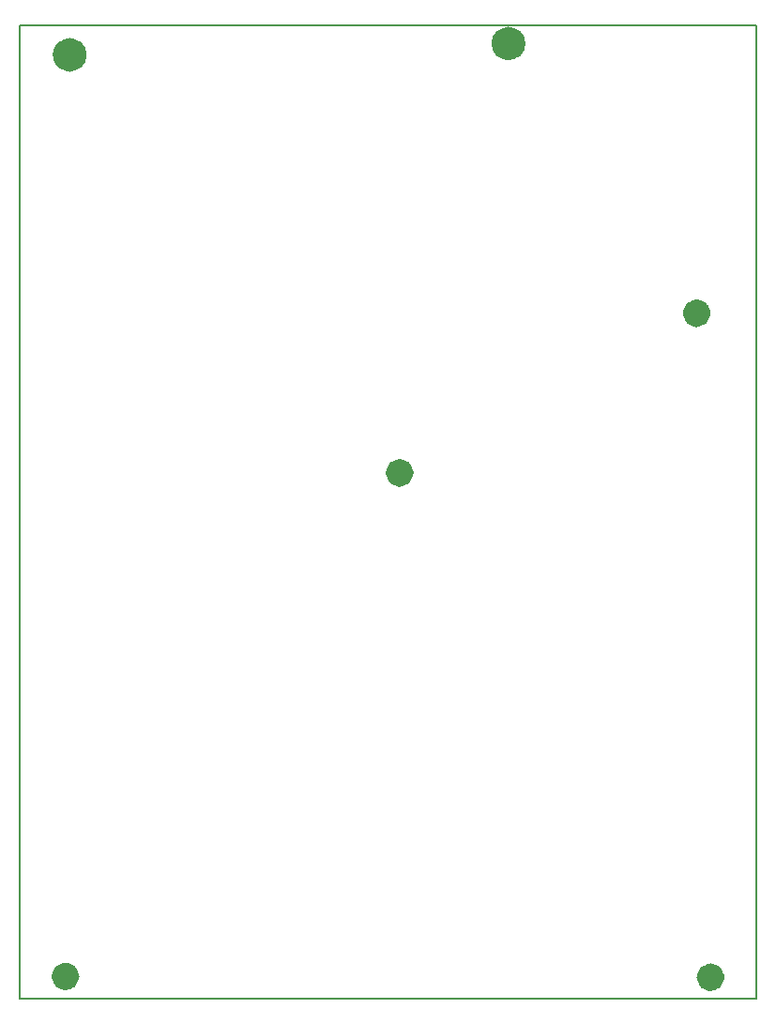
<source format=gbr>
%TF.GenerationSoftware,KiCad,Pcbnew,8.0.6*%
%TF.CreationDate,2025-05-10T04:30:44+07:00*%
%TF.ProjectId,FCU32 2 LAYER,46435533-3220-4322-904c-415945522e6b,rev?*%
%TF.SameCoordinates,Original*%
%TF.FileFunction,Profile,NP*%
%FSLAX46Y46*%
G04 Gerber Fmt 4.6, Leading zero omitted, Abs format (unit mm)*
G04 Created by KiCad (PCBNEW 8.0.6) date 2025-05-10 04:30:44*
%MOMM*%
%LPD*%
G01*
G04 APERTURE LIST*
%TA.AperFunction,Profile*%
%ADD10C,1.254159*%
%TD*%
%TA.AperFunction,Profile*%
%ADD11C,1.550000*%
%TD*%
%TA.AperFunction,Profile*%
%ADD12C,0.200000*%
%TD*%
G04 APERTURE END LIST*
D10*
X54022920Y-60500000D02*
G75*
G02*
X52768762Y-60500000I-627079J0D01*
G01*
X52768762Y-60500000D02*
G75*
G02*
X54022920Y-60500000I627079J0D01*
G01*
X80827079Y-46100000D02*
G75*
G02*
X79572921Y-46100000I-627079J0D01*
G01*
X79572921Y-46100000D02*
G75*
G02*
X80827079Y-46100000I627079J0D01*
G01*
X23867079Y-105920000D02*
G75*
G02*
X22612921Y-105920000I-627079J0D01*
G01*
X22612921Y-105920000D02*
G75*
G02*
X23867079Y-105920000I627079J0D01*
G01*
D11*
X63985000Y-21770000D02*
G75*
G02*
X62435000Y-21770000I-775000J0D01*
G01*
X62435000Y-21770000D02*
G75*
G02*
X63985000Y-21770000I775000J0D01*
G01*
D12*
X19100000Y-20100000D02*
X85600000Y-20100000D01*
X85600000Y-107910000D01*
X19100000Y-107910000D01*
X19100000Y-20100000D01*
D10*
X82072920Y-106000000D02*
G75*
G02*
X80818762Y-106000000I-627079J0D01*
G01*
X80818762Y-106000000D02*
G75*
G02*
X82072920Y-106000000I627079J0D01*
G01*
D11*
X24395000Y-22790000D02*
G75*
G02*
X22845000Y-22790000I-775000J0D01*
G01*
X22845000Y-22790000D02*
G75*
G02*
X24395000Y-22790000I775000J0D01*
G01*
M02*

</source>
